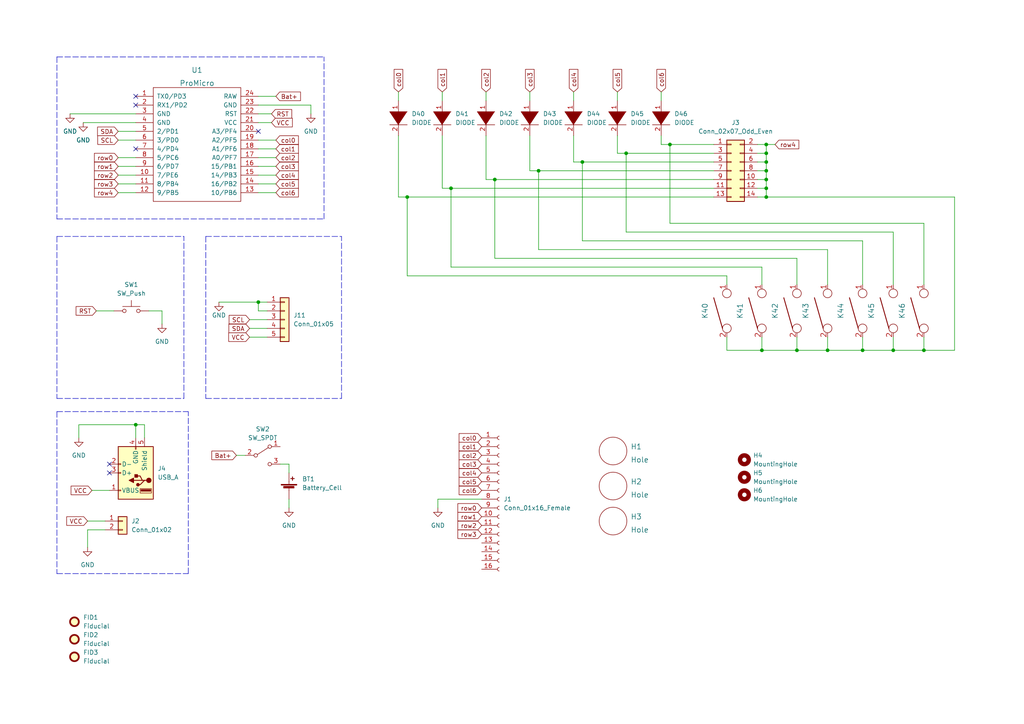
<source format=kicad_sch>
(kicad_sch (version 20211123) (generator eeschema)
  (paper "A4")
  (title_block (title "mykeeb") (rev "see git ;)"))
  (lib_symbols
    (symbol "Connector:Conn_01x16_Female" (pin_names (offset 1.016) hide)
      (property "Reference" "J" (at 0 20.32 0))
      (property "Value" "Conn_01x16_Female" (at 0 -22.86 0))
      (symbol "Conn_01x16_Female_1_1"
        (arc (start 0 -19.812) (mid -0.508 -20.32) (end 0 -20.828) (stroke (width 0.1524)))
        (arc (start 0 -17.272) (mid -0.508 -17.78) (end 0 -18.288) (stroke (width 0.1524)))
        (arc (start 0 -14.732) (mid -0.508 -15.24) (end 0 -15.748) (stroke (width 0.1524)))
        (arc (start 0 -12.192) (mid -0.508 -12.7) (end 0 -13.208) (stroke (width 0.1524)))
        (arc (start 0 -9.652) (mid -0.508 -10.16) (end 0 -10.668) (stroke (width 0.1524)))
        (arc (start 0 -7.112) (mid -0.508 -7.62) (end 0 -8.128) (stroke (width 0.1524)))
        (arc (start 0 -4.572) (mid -0.508 -5.08) (end 0 -5.588) (stroke (width 0.1524)))
        (arc (start 0 -2.032) (mid -0.508 -2.54) (end 0 -3.048) (stroke (width 0.1524)))
        (polyline (pts (xy -1.27 -20.32) (xy -0.508 -20.32)) (stroke (width 0.1524)))
        (polyline (pts (xy -1.27 -17.78) (xy -0.508 -17.78)) (stroke (width 0.1524)))
        (polyline (pts (xy -1.27 -15.24) (xy -0.508 -15.24)) (stroke (width 0.1524)))
        (polyline (pts (xy -1.27 -12.7) (xy -0.508 -12.7)) (stroke (width 0.1524)))
        (polyline (pts (xy -1.27 -10.16) (xy -0.508 -10.16)) (stroke (width 0.1524)))
        (polyline (pts (xy -1.27 -7.62) (xy -0.508 -7.62)) (stroke (width 0.1524)))
        (polyline (pts (xy -1.27 -5.08) (xy -0.508 -5.08)) (stroke (width 0.1524)))
        (polyline (pts (xy -1.27 -2.54) (xy -0.508 -2.54)) (stroke (width 0.1524)))
        (polyline (pts (xy -1.27 0) (xy -0.508 0)) (stroke (width 0.1524)))
        (polyline (pts (xy -1.27 2.54) (xy -0.508 2.54)) (stroke (width 0.1524)))
        (polyline (pts (xy -1.27 5.08) (xy -0.508 5.08)) (stroke (width 0.1524)))
        (polyline (pts (xy -1.27 7.62) (xy -0.508 7.62)) (stroke (width 0.1524)))
        (polyline (pts (xy -1.27 10.16) (xy -0.508 10.16)) (stroke (width 0.1524)))
        (polyline (pts (xy -1.27 12.7) (xy -0.508 12.7)) (stroke (width 0.1524)))
        (polyline (pts (xy -1.27 15.24) (xy -0.508 15.24)) (stroke (width 0.1524)))
        (polyline (pts (xy -1.27 17.78) (xy -0.508 17.78)) (stroke (width 0.1524)))
        (arc (start 0 0.508) (mid -0.508 0) (end 0 -0.508) (stroke (width 0.1524)))
        (arc (start 0 3.048) (mid -0.508 2.54) (end 0 2.032) (stroke (width 0.1524)))
        (arc (start 0 5.588) (mid -0.508 5.08) (end 0 4.572) (stroke (width 0.1524)))
        (arc (start 0 8.128) (mid -0.508 7.62) (end 0 7.112) (stroke (width 0.1524)))
        (arc (start 0 10.668) (mid -0.508 10.16) (end 0 9.652) (stroke (width 0.1524)))
        (arc (start 0 13.208) (mid -0.508 12.7) (end 0 12.192) (stroke (width 0.1524)))
        (arc (start 0 15.748) (mid -0.508 15.24) (end 0 14.732) (stroke (width 0.1524)))
        (arc (start 0 18.288) (mid -0.508 17.78) (end 0 17.272) (stroke (width 0.1524)))
        (pin passive line (at -5.08 17.78 0) (length 3.81) (name "Pin_1") (number "1"))
        (pin passive line (at -5.08 -5.08 0) (length 3.81) (name "Pin_10") (number "10"))
        (pin passive line (at -5.08 -7.62 0) (length 3.81) (name "Pin_11") (number "11"))
        (pin passive line (at -5.08 -10.16 0) (length 3.81) (name "Pin_12") (number "12"))
        (pin passive line (at -5.08 -12.7 0) (length 3.81) (name "Pin_13") (number "13"))
        (pin passive line (at -5.08 -15.24 0) (length 3.81) (name "Pin_14") (number "14"))
        (pin passive line (at -5.08 -17.78 0) (length 3.81) (name "Pin_15") (number "15"))
        (pin passive line (at -5.08 -20.32 0) (length 3.81) (name "Pin_16") (number "16"))
        (pin passive line (at -5.08 15.24 0) (length 3.81) (name "Pin_2") (number "2"))
        (pin passive line (at -5.08 12.7 0) (length 3.81) (name "Pin_3") (number "3"))
        (pin passive line (at -5.08 10.16 0) (length 3.81) (name "Pin_4") (number "4"))
        (pin passive line (at -5.08 7.62 0) (length 3.81) (name "Pin_5") (number "5"))
        (pin passive line (at -5.08 5.08 0) (length 3.81) (name "Pin_6") (number "6"))
        (pin passive line (at -5.08 2.54 0) (length 3.81) (name "Pin_7") (number "7"))
        (pin passive line (at -5.08 0 0) (length 3.81) (name "Pin_8") (number "8"))
        (pin passive line (at -5.08 -2.54 0) (length 3.81) (name "Pin_9") (number "9"))
      )
    )
    (symbol "Connector:USB_A" (pin_names (offset 1.016))
      (property "Reference" "J" (at -5.08 11.43 0))
      (property "Value" "USB_A" (at -5.08 8.89 0))
      (symbol "USB_A_0_1"
        (rectangle (start -5.08 -7.62) (end 5.08 7.62) (stroke (width 0.254)) (fill (type background)))
        (circle (center -3.81 2.159) (radius 0.635) (stroke (width 0.254)) (fill (type outline)))
        (rectangle (start -1.524 4.826) (end -4.318 5.334) (fill (type outline)))
        (rectangle (start -1.27 4.572) (end -4.572 5.842))
        (circle (center -0.635 3.429) (radius 0.381) (stroke (width 0.254)) (fill (type outline)))
        (rectangle (start -0.127 -7.62) (end 0.127 -6.858))
        (polyline (pts (xy -3.175 2.159) (xy -2.54 2.159) (xy -1.27 3.429) (xy -0.635 3.429)) (stroke (width 0.254)))
        (polyline (pts (xy -2.54 2.159) (xy -1.905 2.159) (xy -1.27 0.889) (xy 0 0.889)) (stroke (width 0.254)))
        (polyline (pts (xy 0.635 2.794) (xy 0.635 1.524) (xy 1.905 2.159) (xy 0.635 2.794)) (stroke (width 0.254)) (fill (type outline)))
        (rectangle (start 0.254 1.27) (end -0.508 0.508) (stroke (width 0.254)) (fill (type outline)))
        (rectangle (start 5.08 -2.667) (end 4.318 -2.413))
        (rectangle (start 5.08 -0.127) (end 4.318 0.127))
        (rectangle (start 5.08 4.953) (end 4.318 5.207))
      )
      (symbol "USB_A_1_1"
        (polyline (pts (xy -1.905 2.159) (xy 0.635 2.159)) (stroke (width 0.254)))
        (pin power_in line (at 7.62 5.08 180) (length 2.54) (name "VBUS") (number "1"))
        (pin bidirectional line (at 7.62 -2.54 180) (length 2.54) (name "D-") (number "2"))
        (pin bidirectional line (at 7.62 0 180) (length 2.54) (name "D+") (number "3"))
        (pin power_in line (at 0 -10.16 90) (length 2.54) (name "GND") (number "4"))
        (pin passive line (at -2.54 -10.16 90) (length 2.54) (name "Shield") (number "5"))
      )
    )
    (symbol "Connector_Generic:Conn_01x02" (pin_names (offset 1.016) hide)
      (property "Reference" "J" (at 0 2.54 0))
      (property "Value" "Conn_01x02" (at 0 -5.08 0))
      (symbol "Conn_01x02_1_1"
        (rectangle (start -1.27 -2.413) (end 0 -2.667) (stroke (width 0.1524)))
        (rectangle (start -1.27 0.127) (end 0 -0.127) (stroke (width 0.1524)))
        (rectangle (start -1.27 1.27) (end 1.27 -3.81) (stroke (width 0.254)) (fill (type background)))
        (pin passive line (at -5.08 0 0) (length 3.81) (name "Pin_1") (number "1"))
        (pin passive line (at -5.08 -2.54 0) (length 3.81) (name "Pin_2") (number "2"))
      )
    )
    (symbol "Connector_Generic:Conn_01x05" (pin_names (offset 1.016) hide)
      (property "Reference" "J" (at 0 7.62 0))
      (property "Value" "Conn_01x05" (at 0 -7.62 0))
      (symbol "Conn_01x05_1_1"
        (rectangle (start -1.27 -4.953) (end 0 -5.207) (stroke (width 0.1524)))
        (rectangle (start -1.27 -2.413) (end 0 -2.667) (stroke (width 0.1524)))
        (rectangle (start -1.27 0.127) (end 0 -0.127) (stroke (width 0.1524)))
        (rectangle (start -1.27 2.667) (end 0 2.413) (stroke (width 0.1524)))
        (rectangle (start -1.27 5.207) (end 0 4.953) (stroke (width 0.1524)))
        (rectangle (start -1.27 6.35) (end 1.27 -6.35) (stroke (width 0.254)) (fill (type background)))
        (pin passive line (at -5.08 5.08 0) (length 3.81) (name "Pin_1") (number "1"))
        (pin passive line (at -5.08 2.54 0) (length 3.81) (name "Pin_2") (number "2"))
        (pin passive line (at -5.08 0 0) (length 3.81) (name "Pin_3") (number "3"))
        (pin passive line (at -5.08 -2.54 0) (length 3.81) (name "Pin_4") (number "4"))
        (pin passive line (at -5.08 -5.08 0) (length 3.81) (name "Pin_5") (number "5"))
      )
    )
    (symbol "Connector_Generic:Conn_02x07_Odd_Even" (pin_names (offset 1.016) hide)
      (property "Reference" "J" (at 1.27 10.16 0))
      (property "Value" "Conn_02x07_Odd_Even" (at 1.27 -10.16 0))
      (symbol "Conn_02x07_Odd_Even_1_1"
        (rectangle (start -1.27 -7.493) (end 0 -7.747) (stroke (width 0.1524)))
        (rectangle (start -1.27 -4.953) (end 0 -5.207) (stroke (width 0.1524)))
        (rectangle (start -1.27 -2.413) (end 0 -2.667) (stroke (width 0.1524)))
        (rectangle (start -1.27 0.127) (end 0 -0.127) (stroke (width 0.1524)))
        (rectangle (start -1.27 2.667) (end 0 2.413) (stroke (width 0.1524)))
        (rectangle (start -1.27 5.207) (end 0 4.953) (stroke (width 0.1524)))
        (rectangle (start -1.27 7.747) (end 0 7.493) (stroke (width 0.1524)))
        (rectangle (start -1.27 8.89) (end 3.81 -8.89) (stroke (width 0.254)) (fill (type background)))
        (rectangle (start 3.81 -7.493) (end 2.54 -7.747) (stroke (width 0.1524)))
        (rectangle (start 3.81 -4.953) (end 2.54 -5.207) (stroke (width 0.1524)))
        (rectangle (start 3.81 -2.413) (end 2.54 -2.667) (stroke (width 0.1524)))
        (rectangle (start 3.81 0.127) (end 2.54 -0.127) (stroke (width 0.1524)))
        (rectangle (start 3.81 2.667) (end 2.54 2.413) (stroke (width 0.1524)))
        (rectangle (start 3.81 5.207) (end 2.54 4.953) (stroke (width 0.1524)))
        (rectangle (start 3.81 7.747) (end 2.54 7.493) (stroke (width 0.1524)))
        (pin passive line (at -5.08 7.62 0) (length 3.81) (name "Pin_1") (number "1"))
        (pin passive line (at 7.62 -2.54 180) (length 3.81) (name "Pin_10") (number "10"))
        (pin passive line (at -5.08 -5.08 0) (length 3.81) (name "Pin_11") (number "11"))
        (pin passive line (at 7.62 -5.08 180) (length 3.81) (name "Pin_12") (number "12"))
        (pin passive line (at -5.08 -7.62 0) (length 3.81) (name "Pin_13") (number "13"))
        (pin passive line (at 7.62 -7.62 180) (length 3.81) (name "Pin_14") (number "14"))
        (pin passive line (at 7.62 7.62 180) (length 3.81) (name "Pin_2") (number "2"))
        (pin passive line (at -5.08 5.08 0) (length 3.81) (name "Pin_3") (number "3"))
        (pin passive line (at 7.62 5.08 180) (length 3.81) (name "Pin_4") (number "4"))
        (pin passive line (at -5.08 2.54 0) (length 3.81) (name "Pin_5") (number "5"))
        (pin passive line (at 7.62 2.54 180) (length 3.81) (name "Pin_6") (number "6"))
        (pin passive line (at -5.08 0 0) (length 3.81) (name "Pin_7") (number "7"))
        (pin passive line (at 7.62 0 180) (length 3.81) (name "Pin_8") (number "8"))
        (pin passive line (at -5.08 -2.54 0) (length 3.81) (name "Pin_9") (number "9"))
      )
    )
    (symbol "Device:Battery_Cell" (pin_numbers hide) (pin_names (offset 0) hide)
      (property "Reference" "BT" (at 2.54 2.54 0))
      (property "Value" "Battery_Cell" (at 2.54 0 0))
      (symbol "Battery_Cell_0_1"
        (rectangle (start -2.286 1.778) (end 2.286 1.524) (fill (type outline)))
        (rectangle (start -1.5748 1.1938) (end 1.4732 0.6858) (fill (type outline)))
        (polyline (pts (xy 0 0.762) (xy 0 0)))
        (polyline (pts (xy 0 1.778) (xy 0 2.54)))
        (polyline (pts (xy 0.508 3.429) (xy 1.524 3.429)) (stroke (width 0.254)))
        (polyline (pts (xy 1.016 3.937) (xy 1.016 2.921)) (stroke (width 0.254)))
      )
      (symbol "Battery_Cell_1_1"
        (pin passive line (at 0 5.08 270) (length 2.54) (name "+") (number "1"))
        (pin passive line (at 0 -2.54 90) (length 2.54) (name "-") (number "2"))
      )
    )
    (symbol "Mechanical:Fiducial"
      (property "Reference" "FID" (at 0 5.08 0))
      (property "Value" "Fiducial" (at 0 3.175 0))
      (symbol "Fiducial_0_1"
        (circle (center 0 0) (radius 1.27) (stroke (width 0.508)) (fill (type background)))
      )
    )
    (symbol "Mechanical:MountingHole" (pin_names (offset 1.016))
      (property "Reference" "H" (at 0 5.08 0))
      (property "Value" "MountingHole" (at 0 3.175 0))
      (symbol "MountingHole_0_1"
        (circle (center 0 0) (radius 1.27) (stroke (width 1.27)))
      )
    )
    (symbol "Switch:SW_Push" (pin_numbers hide) (pin_names (offset 1.016) hide)
      (property "Reference" "SW" (at 1.27 2.54 0))
      (property "Value" "SW_Push" (at 0 -1.524 0))
      (symbol "SW_Push_0_1"
        (circle (center -2.032 0) (radius 0.508))
        (polyline (pts (xy 0 1.27) (xy 0 3.048)))
        (polyline (pts (xy 2.54 1.27) (xy -2.54 1.27)))
        (circle (center 2.032 0) (radius 0.508))
        (pin passive line (at -5.08 0 0) (length 2.54) (name "1") (number "1"))
        (pin passive line (at 5.08 0 180) (length 2.54) (name "2") (number "2"))
      )
    )
    (symbol "Switch:SW_SPDT" (pin_names (offset 0) hide)
      (property "Reference" "SW" (at 0 4.318 0))
      (property "Value" "SW_SPDT" (at 0 -5.08 0))
      (symbol "SW_SPDT_0_0"
        (circle (center -2.032 0) (radius 0.508))
        (circle (center 2.032 -2.54) (radius 0.508))
      )
      (symbol "SW_SPDT_0_1"
        (polyline (pts (xy -1.524 0.254) (xy 1.651 2.286)))
        (circle (center 2.032 2.54) (radius 0.508))
      )
      (symbol "SW_SPDT_1_1"
        (pin passive line (at 5.08 2.54 180) (length 2.54) (name "A") (number "1"))
        (pin passive line (at -5.08 0 0) (length 2.54) (name "B") (number "2"))
        (pin passive line (at 5.08 -2.54 180) (length 2.54) (name "C") (number "3"))
      )
    )
    (symbol "keebio:Hole" (pin_names (offset 1.016))
      (property "Reference" "H" (at 0 -1.27 0))
      (property "Value" "Hole" (at 0 1.27 0))
      (symbol "Hole_0_1"
        (circle (center 0 0) (radius 4.0132))
      )
    )
    (symbol "keebio:ProMicro" (pin_names (offset 1.016))
      (property "Reference" "U" (at 0 0 0))
      (property "Value" "ProMicro" (at 0 -19.05 0))
      (symbol "ProMicro_0_1"
        (rectangle (start -12.7 -16.51) (end 12.7 16.51))
      )
      (symbol "ProMicro_1_1"
        (pin input line (at -17.78 13.97 0) (length 5.08) (name "TX0/PD3") (number "1"))
        (pin input line (at -17.78 -8.89 0) (length 5.08) (name "7/PE6") (number "10"))
        (pin input line (at -17.78 -11.43 0) (length 5.08) (name "8/PB4") (number "11"))
        (pin input line (at -17.78 -13.97 0) (length 5.08) (name "9/PB5") (number "12"))
        (pin input line (at 17.78 -13.97 180) (length 5.08) (name "10/PB6") (number "13"))
        (pin input line (at 17.78 -11.43 180) (length 5.08) (name "16/PB2") (number "14"))
        (pin input line (at 17.78 -8.89 180) (length 5.08) (name "14/PB3") (number "15"))
        (pin input line (at 17.78 -6.35 180) (length 5.08) (name "15/PB1") (number "16"))
        (pin input line (at 17.78 -3.81 180) (length 5.08) (name "A0/PF7") (number "17"))
        (pin input line (at 17.78 -1.27 180) (length 5.08) (name "A1/PF6") (number "18"))
        (pin input line (at 17.78 1.27 180) (length 5.08) (name "A2/PF5") (number "19"))
        (pin input line (at -17.78 11.43 0) (length 5.08) (name "RX1/PD2") (number "2"))
        (pin input line (at 17.78 3.81 180) (length 5.08) (name "A3/PF4") (number "20"))
        (pin input line (at 17.78 6.35 180) (length 5.08) (name "VCC") (number "21"))
        (pin input line (at 17.78 8.89 180) (length 5.08) (name "RST") (number "22"))
        (pin input line (at 17.78 11.43 180) (length 5.08) (name "GND") (number "23"))
        (pin input line (at 17.78 13.97 180) (length 5.08) (name "RAW") (number "24"))
        (pin input line (at -17.78 8.89 0) (length 5.08) (name "GND") (number "3"))
        (pin input line (at -17.78 6.35 0) (length 5.08) (name "GND") (number "4"))
        (pin input line (at -17.78 3.81 0) (length 5.08) (name "2/PD1") (number "5"))
        (pin input line (at -17.78 1.27 0) (length 5.08) (name "3/PD0") (number "6"))
        (pin input line (at -17.78 -1.27 0) (length 5.08) (name "4/PD4") (number "7"))
        (pin input line (at -17.78 -3.81 0) (length 5.08) (name "5/PC6") (number "8"))
        (pin input line (at -17.78 -6.35 0) (length 5.08) (name "6/PD7") (number "9"))
      )
    )
    (symbol "keyboard_parts:KEYSW" (pin_names (offset 1.016))
      (property "Reference" "K?" (at -1.27 0 0))
      (symbol "KEYSW_0_1"
        (circle (center -5.08 0) (radius 1.27))
        (polyline (pts (xy -5.08 1.27) (xy 3.81 3.81)) (stroke (width 0.254)))
        (circle (center 5.08 0) (radius 1.27))
      )
      (symbol "KEYSW_1_1"
        (pin passive line (at 7.62 0 180) (length 1.27) (name "~") (number "1"))
        (pin passive line (at -7.62 0 0) (length 1.27) (name "~") (number "2"))
      )
    )
    (symbol "power:GND" (power) (pin_names (offset 0))
      (property "Value" "GND" (at 0 -3.81 0))
      (symbol "GND_0_1"
        (polyline (pts (xy 0 0) (xy 0 -1.27) (xy 1.27 -1.27) (xy 0 -2.54) (xy -1.27 -1.27) (xy 0 -1.27)))
      )
      (symbol "GND_1_1"
        (pin power_in line (at 0 0 270) (length 0) hide (name "GND") (number "1"))
      )
    )
    (symbol "pspice:DIODE" (pin_names (offset 1.016) hide)
      (property "Reference" "D" (at 0 3.81 0))
      (property "Value" "DIODE" (at 0 -4.445 0))
      (symbol "DIODE_0_1"
        (polyline (pts (xy 1.905 2.54) (xy 1.905 -2.54)))
        (polyline (pts (xy -1.905 2.54) (xy -1.905 -2.54) (xy 1.905 0)) (fill (type outline)))
      )
      (symbol "DIODE_1_1"
        (pin input line (at -5.08 0 0) (length 3.81) (name "K") (number "1"))
        (pin input line (at 5.08 0 180) (length 3.81) (name "A") (number "2"))
      )
    )
  )
  (junction (at 118.11 57.15))
  (junction (at 222.25 54.61))
  (junction (at 130.81 54.61))
  (junction (at 74.93 87.63))
  (junction (at 222.25 41.91))
  (junction (at 250.19 101.6))
  (junction (at 222.25 49.53))
  (junction (at 222.25 46.99))
  (junction (at 267.97 101.6))
  (junction (at 220.98 101.6))
  (junction (at 240.03 101.6))
  (junction (at 168.91 46.99))
  (junction (at 194.31 41.91))
  (junction (at 39.37 123.19))
  (junction (at 222.25 57.15))
  (junction (at 181.61 44.45))
  (junction (at 143.51 52.07))
  (junction (at 222.25 44.45))
  (junction (at 231.14 101.6))
  (junction (at 222.25 52.07))
  (junction (at 156.21 49.53))
  (junction (at 259.08 101.6))
  (no_connect (at 39.37 27.94))
  (no_connect (at 39.37 30.48))
  (no_connect (at 31.75 137.16))
  (no_connect (at 31.75 134.62))
  (no_connect (at 39.37 43.18))
  (no_connect (at 74.93 38.1))
  (wire (pts (xy 39.37 50.8) (xy 34.29 50.8)))
  (wire (pts (xy 90.17 33.02) (xy 90.17 30.48)))
  (wire (pts (xy 24.13 35.56) (xy 39.37 35.56)))
  (wire (pts (xy 83.82 137.16) (xy 83.82 134.62)))
  (wire (pts (xy 219.71 46.99) (xy 222.25 46.99)))
  (wire (pts (xy 207.01 49.53) (xy 156.21 49.53)))
  (wire (pts (xy 127 147.32) (xy 127 144.78)))
  (wire (pts (xy 39.37 123.19) (xy 39.37 127)))
  (polyline (pts (xy 99.06 115.57) (xy 99.06 68.58)))
  (wire (pts (xy 68.58 132.08) (xy 71.12 132.08)))
  (wire (pts (xy 115.57 39.37) (xy 115.57 57.15)))
  (wire (pts (xy 222.25 49.53) (xy 222.25 52.07)))
  (wire (pts (xy 118.11 57.15) (xy 115.57 57.15)))
  (wire (pts (xy 74.93 35.56) (xy 78.74 35.56)))
  (wire (pts (xy 250.19 69.85) (xy 250.19 82.55)))
  (wire (pts (xy 41.91 127) (xy 41.91 123.19)))
  (wire (pts (xy 130.81 54.61) (xy 207.01 54.61)))
  (wire (pts (xy 240.03 72.39) (xy 240.03 82.55)))
  (wire (pts (xy 27.94 90.17) (xy 33.02 90.17)))
  (wire (pts (xy 267.97 64.77) (xy 267.97 82.55)))
  (wire (pts (xy 143.51 52.07) (xy 143.51 74.93)))
  (wire (pts (xy 222.25 57.15) (xy 222.25 54.61)))
  (wire (pts (xy 194.31 64.77) (xy 267.97 64.77)))
  (polyline (pts (xy 16.51 63.5) (xy 93.98 63.5)))
  (wire (pts (xy 222.25 41.91) (xy 224.79 41.91)))
  (wire (pts (xy 74.93 53.34) (xy 80.01 53.34)))
  (wire (pts (xy 231.14 97.79) (xy 231.14 101.6)))
  (wire (pts (xy 74.93 87.63) (xy 77.47 87.63)))
  (wire (pts (xy 153.67 39.37) (xy 153.67 49.53)))
  (polyline (pts (xy 59.69 115.57) (xy 99.06 115.57)))
  (polyline (pts (xy 93.98 63.5) (xy 93.98 16.51)))
  (wire (pts (xy 222.25 44.45) (xy 222.25 41.91)))
  (wire (pts (xy 156.21 72.39) (xy 240.03 72.39)))
  (polyline (pts (xy 59.69 68.58) (xy 59.69 115.57)))
  (polyline (pts (xy 16.51 166.37) (xy 54.61 166.37)))
  (wire (pts (xy 250.19 101.6) (xy 259.08 101.6)))
  (wire (pts (xy 259.08 97.79) (xy 259.08 101.6)))
  (wire (pts (xy 153.67 29.21) (xy 153.67 26.67)))
  (wire (pts (xy 74.93 33.02) (xy 78.74 33.02)))
  (wire (pts (xy 207.01 57.15) (xy 118.11 57.15)))
  (wire (pts (xy 140.97 39.37) (xy 140.97 52.07)))
  (wire (pts (xy 143.51 52.07) (xy 140.97 52.07)))
  (wire (pts (xy 72.39 97.79) (xy 77.47 97.79)))
  (wire (pts (xy 219.71 54.61) (xy 222.25 54.61)))
  (wire (pts (xy 128.27 39.37) (xy 128.27 54.61)))
  (wire (pts (xy 191.77 39.37) (xy 191.77 41.91)))
  (wire (pts (xy 219.71 52.07) (xy 222.25 52.07)))
  (wire (pts (xy 63.5 87.63) (xy 74.93 87.63)))
  (wire (pts (xy 181.61 67.31) (xy 259.08 67.31)))
  (wire (pts (xy 219.71 41.91) (xy 222.25 41.91)))
  (wire (pts (xy 130.81 77.47) (xy 220.98 77.47)))
  (wire (pts (xy 25.4 151.13) (xy 30.48 151.13)))
  (wire (pts (xy 74.93 27.94) (xy 80.01 27.94)))
  (wire (pts (xy 156.21 49.53) (xy 156.21 72.39)))
  (wire (pts (xy 191.77 41.91) (xy 194.31 41.91)))
  (wire (pts (xy 231.14 74.93) (xy 231.14 82.55)))
  (wire (pts (xy 74.93 45.72) (xy 80.01 45.72)))
  (wire (pts (xy 20.32 33.02) (xy 39.37 33.02)))
  (wire (pts (xy 115.57 29.21) (xy 115.57 26.67)))
  (wire (pts (xy 128.27 54.61) (xy 130.81 54.61)))
  (wire (pts (xy 143.51 74.93) (xy 231.14 74.93)))
  (wire (pts (xy 83.82 134.62) (xy 81.28 134.62)))
  (wire (pts (xy 46.99 90.17) (xy 46.99 93.98)))
  (wire (pts (xy 39.37 45.72) (xy 34.29 45.72)))
  (wire (pts (xy 34.29 38.1) (xy 39.37 38.1)))
  (wire (pts (xy 207.01 52.07) (xy 143.51 52.07)))
  (wire (pts (xy 179.07 39.37) (xy 179.07 44.45)))
  (wire (pts (xy 181.61 44.45) (xy 179.07 44.45)))
  (wire (pts (xy 74.93 55.88) (xy 80.01 55.88)))
  (wire (pts (xy 127 144.78) (xy 139.7 144.78)))
  (wire (pts (xy 34.29 40.64) (xy 39.37 40.64)))
  (polyline (pts (xy 16.51 68.58) (xy 53.34 68.58)))
  (wire (pts (xy 168.91 46.99) (xy 168.91 69.85)))
  (wire (pts (xy 191.77 29.21) (xy 191.77 26.67)))
  (polyline (pts (xy 16.51 16.51) (xy 93.98 16.51)))
  (wire (pts (xy 77.47 90.17) (xy 74.93 90.17)))
  (polyline (pts (xy 16.51 68.58) (xy 16.51 115.57)))
  (wire (pts (xy 72.39 92.71) (xy 77.47 92.71)))
  (wire (pts (xy 26.67 142.24) (xy 31.75 142.24)))
  (wire (pts (xy 267.97 101.6) (xy 267.97 97.79)))
  (wire (pts (xy 219.71 57.15) (xy 222.25 57.15)))
  (wire (pts (xy 259.08 67.31) (xy 259.08 82.55)))
  (polyline (pts (xy 59.69 68.58) (xy 99.06 68.58)))
  (wire (pts (xy 194.31 41.91) (xy 194.31 64.77)))
  (wire (pts (xy 39.37 53.34) (xy 34.29 53.34)))
  (wire (pts (xy 179.07 29.21) (xy 179.07 26.67)))
  (polyline (pts (xy 53.34 115.57) (xy 53.34 68.58)))
  (wire (pts (xy 22.86 123.19) (xy 39.37 123.19)))
  (wire (pts (xy 168.91 69.85) (xy 250.19 69.85)))
  (wire (pts (xy 25.4 153.67) (xy 25.4 158.75)))
  (wire (pts (xy 74.93 50.8) (xy 80.01 50.8)))
  (wire (pts (xy 166.37 39.37) (xy 166.37 46.99)))
  (wire (pts (xy 130.81 54.61) (xy 130.81 77.47)))
  (wire (pts (xy 240.03 97.79) (xy 240.03 101.6)))
  (wire (pts (xy 231.14 101.6) (xy 240.03 101.6)))
  (wire (pts (xy 240.03 101.6) (xy 250.19 101.6)))
  (wire (pts (xy 74.93 48.26) (xy 80.01 48.26)))
  (wire (pts (xy 30.48 153.67) (xy 25.4 153.67)))
  (wire (pts (xy 39.37 55.88) (xy 34.29 55.88)))
  (wire (pts (xy 210.82 97.79) (xy 210.82 101.6)))
  (wire (pts (xy 74.93 90.17) (xy 74.93 87.63)))
  (polyline (pts (xy 16.51 119.38) (xy 54.61 119.38)))
  (wire (pts (xy 194.31 41.91) (xy 207.01 41.91)))
  (wire (pts (xy 220.98 97.79) (xy 220.98 101.6)))
  (polyline (pts (xy 16.51 16.51) (xy 16.51 63.5)))
  (wire (pts (xy 210.82 80.01) (xy 210.82 82.55)))
  (wire (pts (xy 74.93 43.18) (xy 80.01 43.18)))
  (wire (pts (xy 276.86 57.15) (xy 276.86 101.6)))
  (wire (pts (xy 207.01 46.99) (xy 168.91 46.99)))
  (polyline (pts (xy 54.61 166.37) (xy 54.61 119.38)))
  (wire (pts (xy 222.25 49.53) (xy 222.25 46.99)))
  (wire (pts (xy 259.08 101.6) (xy 267.97 101.6)))
  (wire (pts (xy 276.86 101.6) (xy 267.97 101.6)))
  (wire (pts (xy 222.25 54.61) (xy 222.25 52.07)))
  (wire (pts (xy 118.11 57.15) (xy 118.11 80.01)))
  (wire (pts (xy 128.27 29.21) (xy 128.27 26.67)))
  (wire (pts (xy 222.25 57.15) (xy 276.86 57.15)))
  (polyline (pts (xy 16.51 115.57) (xy 53.34 115.57)))
  (wire (pts (xy 74.93 40.64) (xy 80.01 40.64)))
  (wire (pts (xy 207.01 44.45) (xy 181.61 44.45)))
  (wire (pts (xy 210.82 101.6) (xy 220.98 101.6)))
  (wire (pts (xy 43.18 90.17) (xy 46.99 90.17)))
  (wire (pts (xy 220.98 101.6) (xy 231.14 101.6)))
  (wire (pts (xy 72.39 95.25) (xy 77.47 95.25)))
  (wire (pts (xy 181.61 44.45) (xy 181.61 67.31)))
  (wire (pts (xy 118.11 80.01) (xy 210.82 80.01)))
  (wire (pts (xy 168.91 46.99) (xy 166.37 46.99)))
  (wire (pts (xy 83.82 147.32) (xy 83.82 144.78)))
  (wire (pts (xy 219.71 44.45) (xy 222.25 44.45)))
  (wire (pts (xy 219.71 49.53) (xy 222.25 49.53)))
  (wire (pts (xy 220.98 77.47) (xy 220.98 82.55)))
  (wire (pts (xy 156.21 49.53) (xy 153.67 49.53)))
  (wire (pts (xy 140.97 29.21) (xy 140.97 26.67)))
  (wire (pts (xy 74.93 30.48) (xy 90.17 30.48)))
  (wire (pts (xy 22.86 127) (xy 22.86 123.19)))
  (wire (pts (xy 39.37 123.19) (xy 41.91 123.19)))
  (wire (pts (xy 39.37 48.26) (xy 34.29 48.26)))
  (polyline (pts (xy 16.51 119.38) (xy 16.51 166.37)))
  (wire (pts (xy 250.19 97.79) (xy 250.19 101.6)))
  (wire (pts (xy 222.25 46.99) (xy 222.25 44.45)))
  (wire (pts (xy 166.37 29.21) (xy 166.37 26.67)))
  (global_label "col3" (shape input) (at 80.01 48.26 0) (property "Referenzen zwischen Schaltplänen" "${INTERSHEET_REFS}" (effects hide)))
  (global_label "row4" (shape input) (at 34.29 55.88 180) (property "Referenzen zwischen Schaltplänen" "${INTERSHEET_REFS}" (effects hide)))
  (global_label "RST" (shape input) (at 78.74 33.02 0) (property "Referenzen zwischen Schaltplänen" "${INTERSHEET_REFS}" (effects hide)))
  (global_label "col6" (shape input) (at 191.77 26.67 90) (property "Referenzen zwischen Schaltplänen" "${INTERSHEET_REFS}" (effects hide)))
  (global_label "VCC" (shape input) (at 72.39 97.79 180) (property "Referenzen zwischen Schaltplänen" "${INTERSHEET_REFS}" (effects hide)))
  (global_label "col1" (shape input) (at 80.01 43.18 0) (property "Referenzen zwischen Schaltplänen" "${INTERSHEET_REFS}" (effects hide)))
  (global_label "row2" (shape input) (at 34.29 50.8 180) (property "Referenzen zwischen Schaltplänen" "${INTERSHEET_REFS}" (effects hide)))
  (global_label "col5" (shape input) (at 80.01 53.34 0) (property "Referenzen zwischen Schaltplänen" "${INTERSHEET_REFS}" (effects hide)))
  (global_label "Bat+" (shape input) (at 68.58 132.08 180) (property "Referenzen zwischen Schaltplänen" "${INTERSHEET_REFS}" (effects hide)))
  (global_label "col2" (shape input) (at 140.97 26.67 90) (property "Referenzen zwischen Schaltplänen" "${INTERSHEET_REFS}" (effects hide)))
  (global_label "row4" (shape input) (at 224.79 41.91 0) (property "Referenzen zwischen Schaltplänen" "${INTERSHEET_REFS}" (effects hide)))
  (global_label "row0" (shape input) (at 139.7 147.32 180) (property "Referenzen zwischen Schaltplänen" "${INTERSHEET_REFS}" (effects hide)))
  (global_label "col1" (shape input) (at 128.27 26.67 90) (property "Referenzen zwischen Schaltplänen" "${INTERSHEET_REFS}" (effects hide)))
  (global_label "col0" (shape input) (at 115.57 26.67 90) (property "Referenzen zwischen Schaltplänen" "${INTERSHEET_REFS}" (effects hide)))
  (global_label "col0" (shape input) (at 139.7 127 180) (property "Referenzen zwischen Schaltplänen" "${INTERSHEET_REFS}" (effects hide)))
  (global_label "row2" (shape input) (at 139.7 152.4 180) (property "Referenzen zwischen Schaltplänen" "${INTERSHEET_REFS}" (effects hide)))
  (global_label "SCL" (shape input) (at 72.39 92.71 180) (property "Referenzen zwischen Schaltplänen" "${INTERSHEET_REFS}" (effects hide)))
  (global_label "VCC" (shape input) (at 25.4 151.13 180) (property "Referenzen zwischen Schaltplänen" "${INTERSHEET_REFS}" (effects hide)))
  (global_label "col6" (shape input) (at 80.01 55.88 0) (property "Referenzen zwischen Schaltplänen" "${INTERSHEET_REFS}" (effects hide)))
  (global_label "col1" (shape input) (at 139.7 129.54 180) (property "Referenzen zwischen Schaltplänen" "${INTERSHEET_REFS}" (effects hide)))
  (global_label "SDA" (shape input) (at 72.39 95.25 180) (property "Referenzen zwischen Schaltplänen" "${INTERSHEET_REFS}" (effects hide)))
  (global_label "row3" (shape input) (at 34.29 53.34 180) (property "Referenzen zwischen Schaltplänen" "${INTERSHEET_REFS}" (effects hide)))
  (global_label "row1" (shape input) (at 34.29 48.26 180) (property "Referenzen zwischen Schaltplänen" "${INTERSHEET_REFS}" (effects hide)))
  (global_label "row3" (shape input) (at 139.7 154.94 180) (property "Referenzen zwischen Schaltplänen" "${INTERSHEET_REFS}" (effects hide)))
  (global_label "col3" (shape input) (at 153.67 26.67 90) (property "Referenzen zwischen Schaltplänen" "${INTERSHEET_REFS}" (effects hide)))
  (global_label "SCL" (shape input) (at 34.29 40.64 180) (property "Referenzen zwischen Schaltplänen" "${INTERSHEET_REFS}" (effects hide)))
  (global_label "col0" (shape input) (at 80.01 40.64 0) (property "Referenzen zwischen Schaltplänen" "${INTERSHEET_REFS}" (effects hide)))
  (global_label "row0" (shape input) (at 34.29 45.72 180) (property "Referenzen zwischen Schaltplänen" "${INTERSHEET_REFS}" (effects hide)))
  (global_label "VCC" (shape input) (at 26.67 142.24 180) (property "Referenzen zwischen Schaltplänen" "${INTERSHEET_REFS}" (effects hide)))
  (global_label "Bat+" (shape input) (at 80.01 27.94 0) (property "Referenzen zwischen Schaltplänen" "${INTERSHEET_REFS}" (effects hide)))
  (global_label "col3" (shape input) (at 139.7 134.62 180) (property "Referenzen zwischen Schaltplänen" "${INTERSHEET_REFS}" (effects hide)))
  (global_label "RST" (shape input) (at 27.94 90.17 180) (property "Referenzen zwischen Schaltplänen" "${INTERSHEET_REFS}" (effects hide)))
  (global_label "col5" (shape input) (at 139.7 139.7 180) (property "Referenzen zwischen Schaltplänen" "${INTERSHEET_REFS}" (effects hide)))
  (global_label "col2" (shape input) (at 139.7 132.08 180) (property "Referenzen zwischen Schaltplänen" "${INTERSHEET_REFS}" (effects hide)))
  (global_label "col4" (shape input) (at 166.37 26.67 90) (property "Referenzen zwischen Schaltplänen" "${INTERSHEET_REFS}" (effects hide)))
  (global_label "col4" (shape input) (at 80.01 50.8 0) (property "Referenzen zwischen Schaltplänen" "${INTERSHEET_REFS}" (effects hide)))
  (global_label "SDA" (shape input) (at 34.29 38.1 180) (property "Referenzen zwischen Schaltplänen" "${INTERSHEET_REFS}" (effects hide)))
  (global_label "col4" (shape input) (at 139.7 137.16 180) (property "Referenzen zwischen Schaltplänen" "${INTERSHEET_REFS}" (effects hide)))
  (global_label "VCC" (shape input) (at 78.74 35.56 0) (property "Referenzen zwischen Schaltplänen" "${INTERSHEET_REFS}" (effects hide)))
  (global_label "row1" (shape input) (at 139.7 149.86 180) (property "Referenzen zwischen Schaltplänen" "${INTERSHEET_REFS}" (effects hide)))
  (global_label "col2" (shape input) (at 80.01 45.72 0) (property "Referenzen zwischen Schaltplänen" "${INTERSHEET_REFS}" (effects hide)))
  (global_label "col5" (shape input) (at 179.07 26.67 90) (property "Referenzen zwischen Schaltplänen" "${INTERSHEET_REFS}" (effects hide)))
  (global_label "col6" (shape input) (at 139.7 142.24 180) (property "Referenzen zwischen Schaltplänen" "${INTERSHEET_REFS}" (effects hide)))
  (symbol (lib_id "pspice:DIODE") (at 191.77 34.29 270) (unit 1)
    (property "Reference" "D46" (at 195.58 33.0199 90) (effects (justify left)))
    (property "Value" "DIODE" (at 195.58 35.5599 90) (effects (justify left)))
    (property "Footprint" "mykeeb:my_dual_D_SOD123F_v2b" (effects hide))
  )
  (symbol (lib_id "Mechanical:MountingHole") (at 215.9 138.43 0) (unit 1)
    (property "Reference" "H5" (at 218.44 137.1599 0) (effects (justify left)))
    (property "Value" "MountingHole" (at 218.44 139.6999 0) (effects (justify left)))
    (property "Footprint" "MountingHole:MountingHole_3.2mm_M3" (effects hide))
  )
  (symbol (lib_id "power:GND") (at 20.32 33.02 0) (unit 1)
    (property "Reference" "#PWR0102" (effects hide))
    (property "Value" "GND" (at 20.32 38.1 0))
  )
  (symbol (lib_id "Switch:SW_SPDT") (at 76.2 132.08 0) (unit 1)
    (property "Reference" "SW2" (at 76.2 124.46 0))
    (property "Value" "SW_SPDT" (at 76.2 127 0))
    (property "Footprint" "Connector_PinHeader_2.54mm:PinHeader_1x03_P2.54mm_Vertical" (effects hide))
  )
  (symbol (lib_id "power:GND") (at 25.4 158.75 0) (unit 1)
    (property "Reference" "#PWR0103" (effects hide))
    (property "Value" "GND" (at 25.4 163.83 0))
  )
  (symbol (lib_id "keebio:Hole") (at 177.8 151.13 0) (unit 1)
    (property "Reference" "H3" (at 182.88 149.86 0) (effects (font (size 1.524 1.524)) (justify left)))
    (property "Value" "Hole" (at 182.88 153.67 0) (effects (font (size 1.524 1.524)) (justify left)))
    (property "Footprint" "mykeeb:breakaway" (effects hide))
  )
  (symbol (lib_id "keebio:ProMicro") (at 57.15 41.91 0) (unit 1)
    (property "Reference" "U1" (at 57.15 20.32 0) (effects (font (size 1.524 1.524))))
    (property "Value" "ProMicro" (at 57.15 24.13 0) (effects (font (size 1.524 1.524))))
    (property "Footprint" "mykeeb:my_reversible_Pro_Micro" (effects hide))
  )
  (symbol (lib_id "pspice:DIODE") (at 115.57 34.29 270) (unit 1)
    (property "Reference" "D40" (at 119.38 33.0199 90) (effects (justify left)))
    (property "Value" "DIODE" (at 119.38 35.5599 90) (effects (justify left)))
    (property "Footprint" "mykeeb:my_dual_D_SOD123F_v2b" (effects hide))
  )
  (symbol (lib_id "power:GND") (at 24.13 35.56 0) (unit 1)
    (property "Reference" "#PWR0101" (effects hide))
    (property "Value" "GND" (at 24.13 40.64 0))
  )
  (symbol (lib_id "Connector:Conn_01x16_Female") (at 144.78 144.78 0) (unit 1)
    (property "Reference" "J1" (at 146.05 144.7799 0) (effects (justify left)))
    (property "Value" "Conn_01x16_Female" (at 146.05 147.3199 0) (effects (justify left)))
    (property "Footprint" "mykeeb:adapterBoard" (effects hide))
  )
  (symbol (lib_id "Device:Battery_Cell") (at 83.82 142.24 0) (unit 1)
    (property "Reference" "BT1" (at 87.63 138.9379 0) (effects (justify left)))
    (property "Value" "Battery_Cell" (at 87.63 141.4779 0) (effects (justify left)))
    (property "Footprint" "Connector_JST:JST_PH_S2B-PH-K_1x02_P2.00mm_Horizontal" (effects hide))
  )
  (symbol (lib_id "pspice:DIODE") (at 140.97 34.29 270) (unit 1)
    (property "Reference" "D42" (at 144.78 33.0199 90) (effects (justify left)))
    (property "Value" "DIODE" (at 144.78 35.5599 90) (effects (justify left)))
    (property "Footprint" "mykeeb:my_dual_D_SOD123F_v2b" (effects hide))
  )
  (symbol (lib_id "Mechanical:MountingHole") (at 215.9 143.51 0) (unit 1)
    (property "Reference" "H6" (at 218.44 142.2399 0) (effects (justify left)))
    (property "Value" "MountingHole" (at 218.44 144.7799 0) (effects (justify left)))
    (property "Footprint" "MountingHole:MountingHole_3.2mm_M3" (effects hide))
  )
  (symbol (lib_id "power:GND") (at 90.17 33.02 0) (unit 1)
    (property "Reference" "#PWR01" (effects hide))
    (property "Value" "GND" (at 90.17 38.1 0))
  )
  (symbol (lib_id "power:GND") (at 63.5 87.63 0) (unit 1)
    (property "Reference" "#PWR03" (effects hide))
    (property "Value" "GND" (at 63.5 91.44 0))
  )
  (symbol (lib_id "keyboard_parts:KEYSW") (at 267.97 90.17 90) (unit 1)
    (property "Reference" "K46" (at 261.62 90.17 0) (effects (font (size 1.524 1.524))))
    (property "Value" "KEYSW" (effects hide))
    (property "Footprint" "mykeeb:Kailh_socket_MX_reversible_1u" (effects hide))
  )
  (symbol (lib_id "keyboard_parts:KEYSW") (at 210.82 90.17 90) (unit 1)
    (property "Reference" "K40" (at 204.47 90.17 0) (effects (font (size 1.524 1.524))))
    (property "Value" "KEYSW" (effects hide))
    (property "Footprint" "mykeeb:Kailh_socket_MX_reversible_1u" (effects hide))
  )
  (symbol (lib_id "keyboard_parts:KEYSW") (at 259.08 90.17 90) (unit 1)
    (property "Reference" "K45" (at 252.73 90.17 0) (effects (font (size 1.524 1.524))))
    (property "Value" "KEYSW" (effects hide))
    (property "Footprint" "mykeeb:Kailh_socket_MX_reversible_1u" (effects hide))
  )
  (symbol (lib_id "Connector_Generic:Conn_01x05") (at 82.55 92.71 0) (unit 1)
    (property "Reference" "J11" (at 85.09 91.4399 0) (effects (justify left)))
    (property "Value" "Conn_01x05" (at 85.09 93.9799 0) (effects (justify left)))
    (property "Footprint" "Connector_PinSocket_2.54mm:PinSocket_1x05_P2.54mm_Vertical" (effects hide))
  )
  (symbol (lib_id "Mechanical:Fiducial") (at 21.59 185.42 0) (unit 1)
    (property "Reference" "FID2" (at 24.13 184.1499 0) (effects (justify left)))
    (property "Value" "Fiducial" (at 24.13 186.6899 0) (effects (justify left)))
    (property "Footprint" "Fiducial:Fiducial_1mm_Mask2mm" (effects hide))
  )
  (symbol (lib_id "pspice:DIODE") (at 153.67 34.29 270) (unit 1)
    (property "Reference" "D43" (at 157.48 33.0199 90) (effects (justify left)))
    (property "Value" "DIODE" (at 157.48 35.5599 90) (effects (justify left)))
    (property "Footprint" "mykeeb:my_dual_D_SOD123F_v2b" (effects hide))
  )
  (symbol (lib_id "Mechanical:Fiducial") (at 21.59 180.34 0) (unit 1)
    (property "Reference" "FID1" (at 24.13 179.0699 0) (effects (justify left)))
    (property "Value" "Fiducial" (at 24.13 181.6099 0) (effects (justify left)))
    (property "Footprint" "Fiducial:Fiducial_1mm_Mask2mm" (effects hide))
  )
  (symbol (lib_id "Mechanical:Fiducial") (at 21.59 190.5 0) (unit 1)
    (property "Reference" "FID3" (at 24.13 189.2299 0) (effects (justify left)))
    (property "Value" "Fiducial" (at 24.13 191.7699 0) (effects (justify left)))
    (property "Footprint" "Fiducial:Fiducial_1mm_Mask2mm" (effects hide))
  )
  (symbol (lib_id "keyboard_parts:KEYSW") (at 250.19 90.17 90) (unit 1)
    (property "Reference" "K44" (at 243.84 90.17 0) (effects (font (size 1.524 1.524))))
    (property "Value" "KEYSW" (effects hide))
    (property "Footprint" "mykeeb:Kailh_socket_MX_reversible_1u" (effects hide))
  )
  (symbol (lib_id "keebio:Hole") (at 177.8 130.81 0) (unit 1)
    (property "Reference" "H1" (at 182.88 129.54 0) (effects (font (size 1.524 1.524)) (justify left)))
    (property "Value" "Hole" (at 182.88 133.35 0) (effects (font (size 1.524 1.524)) (justify left)))
    (property "Footprint" "mykeeb:breakaway" (effects hide))
  )
  (symbol (lib_id "pspice:DIODE") (at 128.27 34.29 270) (unit 1)
    (property "Reference" "D41" (at 132.08 33.0199 90) (effects (justify left)))
    (property "Value" "DIODE" (at 132.08 35.5599 90) (effects (justify left)))
    (property "Footprint" "mykeeb:my_dual_D_SOD123F_v2b" (effects hide))
  )
  (symbol (lib_id "keyboard_parts:KEYSW") (at 240.03 90.17 90) (unit 1)
    (property "Reference" "K43" (at 233.68 90.17 0) (effects (font (size 1.524 1.524))))
    (property "Value" "KEYSW" (effects hide))
    (property "Footprint" "mykeeb:Kailh_socket_MX_reversible_1u" (effects hide))
  )
  (symbol (lib_id "pspice:DIODE") (at 179.07 34.29 270) (unit 1)
    (property "Reference" "D45" (at 182.88 33.0199 90) (effects (justify left)))
    (property "Value" "DIODE" (at 182.88 35.5599 90) (effects (justify left)))
    (property "Footprint" "mykeeb:my_dual_D_SOD123F_v2b" (effects hide))
  )
  (symbol (lib_id "pspice:DIODE") (at 166.37 34.29 270) (unit 1)
    (property "Reference" "D44" (at 170.18 33.0199 90) (effects (justify left)))
    (property "Value" "DIODE" (at 170.18 35.5599 90) (effects (justify left)))
    (property "Footprint" "mykeeb:my_dual_D_SOD123F_v2b" (effects hide))
  )
  (symbol (lib_id "Connector_Generic:Conn_01x02") (at 35.56 151.13 0) (unit 1)
    (property "Reference" "J2" (at 38.1 151.1299 0) (effects (justify left)))
    (property "Value" "Conn_01x02" (at 38.1 153.6699 0) (effects (justify left)))
    (property "Footprint" "Connector_PinHeader_2.54mm:PinHeader_1x02_P2.54mm_Vertical" (effects hide))
  )
  (symbol (lib_id "keebio:Hole") (at 177.8 140.97 0) (unit 1)
    (property "Reference" "H2" (at 182.88 139.7 0) (effects (font (size 1.524 1.524)) (justify left)))
    (property "Value" "Hole" (at 182.88 143.51 0) (effects (font (size 1.524 1.524)) (justify left)))
    (property "Footprint" "mykeeb:breakaway" (effects hide))
  )
  (symbol (lib_id "keyboard_parts:KEYSW") (at 220.98 90.17 90) (unit 1)
    (property "Reference" "K41" (at 214.63 90.17 0) (effects (font (size 1.524 1.524))))
    (property "Value" "KEYSW" (effects hide))
    (property "Footprint" "mykeeb:Kailh_socket_MX_reversible_1u" (effects hide))
  )
  (symbol (lib_id "power:GND") (at 46.99 93.98 0) (unit 1)
    (property "Reference" "#PWR0106" (effects hide))
    (property "Value" "GND" (at 46.99 99.06 0))
  )
  (symbol (lib_id "Mechanical:MountingHole") (at 215.9 133.35 0) (unit 1)
    (property "Reference" "H4" (at 218.44 132.0799 0) (effects (justify left)))
    (property "Value" "MountingHole" (at 218.44 134.6199 0) (effects (justify left)))
    (property "Footprint" "MountingHole:MountingHole_3.2mm_M3" (effects hide))
  )
  (symbol (lib_id "power:GND") (at 83.82 147.32 0) (unit 1)
    (property "Reference" "#PWR0107" (effects hide))
    (property "Value" "GND" (at 83.82 152.4 0))
  )
  (symbol (lib_id "power:GND") (at 127 147.32 0) (unit 1)
    (property "Reference" "#PWR0104" (effects hide))
    (property "Value" "GND" (at 127 152.4 0))
  )
  (symbol (lib_id "Switch:SW_Push") (at 38.1 90.17 0) (unit 1)
    (property "Reference" "SW1" (at 38.1 82.55 0))
    (property "Value" "SW_Push" (at 38.1 85.09 0))
    (property "Footprint" "Button_Switch_THT:SW_PUSH_6mm" (effects hide))
  )
  (symbol (lib_id "Connector_Generic:Conn_02x07_Odd_Even") (at 212.09 49.53 0) (unit 1)
    (property "Reference" "J3" (at 213.36 35.56 0))
    (property "Value" "Conn_02x07_Odd_Even" (at 213.36 38.1 0))
    (property "Footprint" "Connector_PinHeader_2.54mm:PinHeader_2x07_P2.54mm_Vertical" (effects hide))
  )
  (symbol (lib_id "Connector:USB_A") (at 39.37 137.16 180) (unit 1)
    (property "Reference" "J4" (at 45.72 135.8899 0) (effects (justify right)))
    (property "Value" "USB_A" (at 45.72 138.4299 0) (effects (justify right)))
    (property "Footprint" "Connector_USB:USB_A_Wuerth_614004134726_Horizontal" (effects hide))
    (property "Datasheet" " ~" (effects hide))
  )
  (symbol (lib_id "power:GND") (at 22.86 127 0) (unit 1)
    (property "Reference" "#PWR02" (effects hide))
    (property "Value" "GND" (at 22.86 132.08 0))
  )
  (symbol (lib_id "keyboard_parts:KEYSW") (at 231.14 90.17 90) (unit 1)
    (property "Reference" "K42" (at 224.79 90.17 0) (effects (font (size 1.524 1.524))))
    (property "Value" "KEYSW" (effects hide))
    (property "Footprint" "mykeeb:Kailh_socket_MX_reversible_1.25u" (effects hide))
  )
)
</source>
